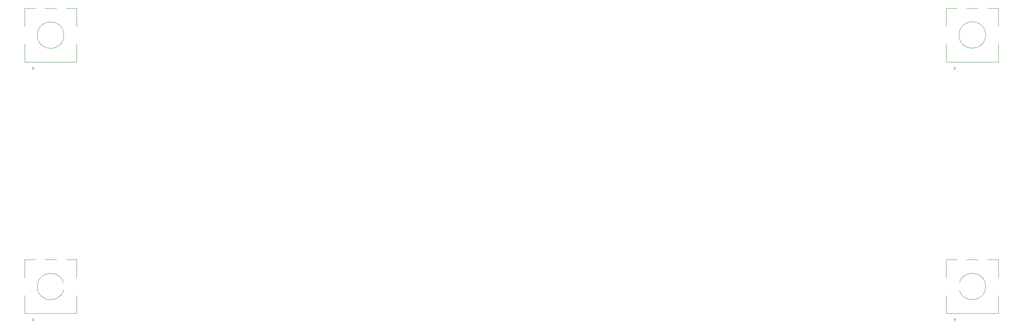
<source format=gto>
%TF.GenerationSoftware,KiCad,Pcbnew,(6.0.7-1)-1*%
%TF.CreationDate,2022-12-13T16:34:22+02:00*%
%TF.ProjectId,Planck Drop In PCB,506c616e-636b-4204-9472-6f7020496e20,rev?*%
%TF.SameCoordinates,Original*%
%TF.FileFunction,Legend,Top*%
%TF.FilePolarity,Positive*%
%FSLAX46Y46*%
G04 Gerber Fmt 4.6, Leading zero omitted, Abs format (unit mm)*
G04 Created by KiCad (PCBNEW (6.0.7-1)-1) date 2022-12-13 16:34:22*
%MOMM*%
%LPD*%
G01*
G04 APERTURE LIST*
%ADD10C,0.120000*%
%ADD11C,3.987800*%
%ADD12C,1.750000*%
%ADD13C,3.048000*%
%ADD14R,2.000000X2.000000*%
%ADD15C,2.000000*%
%ADD16R,2.000000X3.200000*%
%ADD17C,0.750000*%
%ADD18O,1.100000X1.700000*%
%ADD19O,1.100000X2.200000*%
G04 APERTURE END LIST*
D10*
%TO.C,SW4*%
X250025107Y-128933333D02*
X250025107Y-128333333D01*
X250325107Y-128633333D02*
X250025107Y-128933333D01*
X248225107Y-123133333D02*
X248225107Y-127233333D01*
X260025107Y-115033333D02*
X260025107Y-119133333D01*
X254125107Y-121633333D02*
X254125107Y-120633333D01*
X250025107Y-128333333D02*
X250325107Y-128633333D01*
X257625107Y-115033333D02*
X260025107Y-115033333D01*
X260025107Y-123133333D02*
X260025107Y-127233333D01*
X253625107Y-121133333D02*
X254625107Y-121133333D01*
X248225107Y-119133333D02*
X248225107Y-115033333D01*
X248225107Y-115033333D02*
X250625107Y-115033333D01*
X248225107Y-127233333D02*
X260025107Y-127233333D01*
X252825107Y-115033333D02*
X255425107Y-115033333D01*
X257125107Y-121133333D02*
G75*
G03*
X257125107Y-121133333I-3000000J0D01*
G01*
%TO.C,SW1*%
X39225019Y-66158333D02*
X39225019Y-70258333D01*
X41325019Y-71658333D02*
X41025019Y-71958333D01*
X39225019Y-58058333D02*
X41625019Y-58058333D01*
X41025019Y-71358333D02*
X41325019Y-71658333D01*
X39225019Y-70258333D02*
X51025019Y-70258333D01*
X41025019Y-71958333D02*
X41025019Y-71358333D01*
X45125019Y-64658333D02*
X45125019Y-63658333D01*
X51025019Y-58058333D02*
X51025019Y-62158333D01*
X43825019Y-58058333D02*
X46425019Y-58058333D01*
X39225019Y-62158333D02*
X39225019Y-58058333D01*
X44625019Y-64158333D02*
X45625019Y-64158333D01*
X48625019Y-58058333D02*
X51025019Y-58058333D01*
X51025019Y-66158333D02*
X51025019Y-70258333D01*
X48125019Y-64158333D02*
G75*
G03*
X48125019Y-64158333I-3000000J0D01*
G01*
%TO.C,SW3*%
X260025107Y-58008333D02*
X260025107Y-62108333D01*
X260025107Y-66108333D02*
X260025107Y-70208333D01*
X248225107Y-62108333D02*
X248225107Y-58008333D01*
X250325107Y-71608333D02*
X250025107Y-71908333D01*
X248225107Y-58008333D02*
X250625107Y-58008333D01*
X250025107Y-71308333D02*
X250325107Y-71608333D01*
X248225107Y-66108333D02*
X248225107Y-70208333D01*
X254125107Y-64608333D02*
X254125107Y-63608333D01*
X248225107Y-70208333D02*
X260025107Y-70208333D01*
X252825107Y-58008333D02*
X255425107Y-58008333D01*
X253625107Y-64108333D02*
X254625107Y-64108333D01*
X250025107Y-71908333D02*
X250025107Y-71308333D01*
X257625107Y-58008333D02*
X260025107Y-58008333D01*
X257125107Y-64108333D02*
G75*
G03*
X257125107Y-64108333I-3000000J0D01*
G01*
%TO.C,SW2*%
X41025019Y-128933333D02*
X41025019Y-128333333D01*
X48625019Y-115033333D02*
X51025019Y-115033333D01*
X41025019Y-128333333D02*
X41325019Y-128633333D01*
X41325019Y-128633333D02*
X41025019Y-128933333D01*
X39225019Y-127233333D02*
X51025019Y-127233333D01*
X44625019Y-121133333D02*
X45625019Y-121133333D01*
X39225019Y-119133333D02*
X39225019Y-115033333D01*
X39225019Y-123133333D02*
X39225019Y-127233333D01*
X51025019Y-115033333D02*
X51025019Y-119133333D01*
X51025019Y-123133333D02*
X51025019Y-127233333D01*
X45125019Y-121633333D02*
X45125019Y-120633333D01*
X39225019Y-115033333D02*
X41625019Y-115033333D01*
X43825019Y-115033333D02*
X46425019Y-115033333D01*
X48125019Y-121133333D02*
G75*
G03*
X48125019Y-121133333I-3000000J0D01*
G01*
%TD*%
%LPC*%
D11*
%TO.C,MX36*%
X178125075Y-64125027D03*
D12*
X173045075Y-64125027D03*
X183205075Y-64125027D03*
%TD*%
D13*
%TO.C,2u*%
X180563071Y-128110051D03*
D12*
X163545071Y-121125051D03*
X173705071Y-121125051D03*
D13*
X156687071Y-128110051D03*
D11*
X156687071Y-112870051D03*
X180563071Y-112870051D03*
X168625071Y-121125051D03*
%TD*%
%TO.C,1u*%
X64125027Y-121125051D03*
D12*
X69205027Y-121125051D03*
X59045027Y-121125051D03*
%TD*%
D11*
%TO.C,MX49*%
X235125099Y-64125027D03*
D12*
X240205099Y-64125027D03*
X230045099Y-64125027D03*
%TD*%
%TO.C,MX42*%
X192045083Y-83125035D03*
D11*
X197125083Y-83125035D03*
D12*
X202205083Y-83125035D03*
%TD*%
%TO.C,1u*%
X230045099Y-121125051D03*
X240205099Y-121125051D03*
D11*
X235125099Y-121125051D03*
%TD*%
%TO.C,1u*%
X161563063Y-112870051D03*
D12*
X154705063Y-121125051D03*
D11*
X149625063Y-121125051D03*
D13*
X137687063Y-128110051D03*
D12*
X144545063Y-121125051D03*
D11*
X137687063Y-112870051D03*
D13*
X161563063Y-128110051D03*
%TD*%
D11*
%TO.C,MX21*%
X121125051Y-83125035D03*
D12*
X116045051Y-83125035D03*
X126205051Y-83125035D03*
%TD*%
%TO.C,1u*%
X230705095Y-121125051D03*
X220545095Y-121125051D03*
D11*
X225625095Y-121125051D03*
%TD*%
D12*
%TO.C,1u*%
X50205019Y-121125051D03*
D11*
X45125019Y-121125051D03*
D12*
X40045019Y-121125051D03*
%TD*%
%TO.C,1.5u*%
X206955085Y-121125051D03*
D11*
X201875085Y-121125051D03*
D12*
X196795085Y-121125051D03*
%TD*%
%TO.C,1u*%
X164205067Y-121125051D03*
X154045067Y-121125051D03*
D11*
X159125067Y-121125051D03*
%TD*%
D12*
%TO.C,MX32*%
X154045067Y-83125035D03*
D11*
X159125067Y-83125035D03*
D12*
X164205067Y-83125035D03*
%TD*%
D11*
%TO.C,1.5u*%
X97375041Y-121125051D03*
D12*
X92295041Y-121125051D03*
X102455041Y-121125051D03*
%TD*%
%TO.C,MX38*%
X183205075Y-102125043D03*
X173045075Y-102125043D03*
D11*
X178125075Y-102125043D03*
%TD*%
%TO.C,1.5u*%
X49875021Y-121125051D03*
D12*
X54955021Y-121125051D03*
X44795021Y-121125051D03*
%TD*%
%TO.C,MX2*%
X50205019Y-83125027D03*
D11*
X45125019Y-83125027D03*
D12*
X40045019Y-83125027D03*
%TD*%
%TO.C,MX7*%
X59045027Y-83125035D03*
D11*
X64125027Y-83125035D03*
D12*
X69205027Y-83125035D03*
%TD*%
D11*
%TO.C,1u*%
X216125091Y-121125051D03*
D12*
X221205091Y-121125051D03*
X211045091Y-121125051D03*
%TD*%
D11*
%TO.C,MX43*%
X197125083Y-102125043D03*
D12*
X192045083Y-102125043D03*
X202205083Y-102125043D03*
%TD*%
D14*
%TO.C,SW4*%
X251625107Y-128633333D03*
D15*
X256625107Y-128633333D03*
X254125107Y-128633333D03*
D16*
X248525107Y-121133333D03*
X259725107Y-121133333D03*
D15*
X256625107Y-114133333D03*
X251625107Y-114133333D03*
%TD*%
D11*
%TO.C,MX3*%
X45125019Y-102125043D03*
D12*
X40045019Y-102125043D03*
X50205019Y-102125043D03*
%TD*%
%TO.C,1u*%
X78705031Y-121125051D03*
X68545031Y-121125051D03*
D11*
X73625031Y-121125051D03*
%TD*%
D14*
%TO.C,SW1*%
X42625019Y-71658333D03*
D15*
X47625019Y-71658333D03*
X45125019Y-71658333D03*
D16*
X39525019Y-64158333D03*
X50725019Y-64158333D03*
D15*
X47625019Y-57158333D03*
X42625019Y-57158333D03*
%TD*%
D11*
%TO.C,MX13*%
X83125035Y-83125035D03*
D12*
X78045035Y-83125035D03*
X88205035Y-83125035D03*
%TD*%
D11*
%TO.C,MX16*%
X102125043Y-64125027D03*
D12*
X97045043Y-64125027D03*
X107205043Y-64125027D03*
%TD*%
%TO.C,1.5u*%
X73295033Y-121125051D03*
X83455033Y-121125051D03*
D11*
X78375033Y-121125051D03*
%TD*%
D12*
%TO.C,MX24*%
X116045051Y-121125051D03*
X126205051Y-121125051D03*
D11*
X140175051Y-112870051D03*
D13*
X102075051Y-128110051D03*
X140175051Y-128110051D03*
D11*
X121125051Y-121125051D03*
X102075051Y-112870051D03*
%TD*%
D12*
%TO.C,MX37*%
X183205075Y-83125035D03*
X173045075Y-83125035D03*
D11*
X178125075Y-83125035D03*
%TD*%
%TO.C,MX6*%
X64125027Y-64125027D03*
D12*
X69205027Y-64125027D03*
X59045027Y-64125027D03*
%TD*%
%TO.C,MX22*%
X126205051Y-102125043D03*
X116045051Y-102125043D03*
D11*
X121125051Y-102125043D03*
%TD*%
D12*
%TO.C,1u*%
X107205043Y-121125051D03*
X97045043Y-121125051D03*
D11*
X102125043Y-121125051D03*
%TD*%
%TO.C,MX31*%
X159125067Y-64125027D03*
D12*
X154045067Y-64125027D03*
X164205067Y-64125027D03*
%TD*%
%TO.C,MX25*%
X145205059Y-64125027D03*
D11*
X140125059Y-64125027D03*
D12*
X135045059Y-64125027D03*
%TD*%
D11*
%TO.C,MX17*%
X102125043Y-83125035D03*
D12*
X97045043Y-83125035D03*
X107205043Y-83125035D03*
%TD*%
%TO.C,MX45*%
X211045091Y-64125027D03*
X221205091Y-64125027D03*
D11*
X216125091Y-64125027D03*
%TD*%
%TO.C,1u*%
X140125059Y-121125051D03*
D12*
X135045059Y-121125051D03*
X145205059Y-121125051D03*
%TD*%
D14*
%TO.C,SW3*%
X251625107Y-71608333D03*
D15*
X256625107Y-71608333D03*
X254125107Y-71608333D03*
D16*
X259725107Y-64108333D03*
X248525107Y-64108333D03*
D15*
X256625107Y-57108333D03*
X251625107Y-57108333D03*
%TD*%
D12*
%TO.C,1u*%
X78045035Y-121125051D03*
X88205035Y-121125051D03*
D11*
X83125035Y-121125051D03*
%TD*%
D12*
%TO.C,1.5u*%
X225955093Y-121125051D03*
D11*
X220875093Y-121125051D03*
D12*
X215795093Y-121125051D03*
%TD*%
D11*
%TO.C,1.5u*%
X249375105Y-121125051D03*
D12*
X254455105Y-121125051D03*
X244295105Y-121125051D03*
%TD*%
D11*
%TO.C,1u/3u*%
X178125075Y-121125051D03*
D12*
X173045075Y-121125051D03*
X183205075Y-121125051D03*
%TD*%
D13*
%TO.C,MX40*%
X159075075Y-128110051D03*
D11*
X178125075Y-121125051D03*
D13*
X197175075Y-128110051D03*
D12*
X173045075Y-121125051D03*
X183205075Y-121125051D03*
D11*
X197175075Y-112870051D03*
X159075075Y-112870051D03*
%TD*%
D12*
%TO.C,1u*%
X202205083Y-121125051D03*
X192045083Y-121125051D03*
D11*
X197125083Y-121125051D03*
%TD*%
D12*
%TO.C,MX14*%
X88205035Y-102125043D03*
D11*
X83125035Y-102125043D03*
D12*
X78045035Y-102125043D03*
%TD*%
%TO.C,MX51*%
X230045099Y-102125043D03*
X240205099Y-102125043D03*
D11*
X235125099Y-102125043D03*
%TD*%
D12*
%TO.C,MX57*%
X249045107Y-102125043D03*
X259205107Y-102125043D03*
D11*
X254125107Y-102125043D03*
%TD*%
D12*
%TO.C,MX27*%
X145205059Y-102125043D03*
X135045059Y-102125043D03*
D11*
X140125059Y-102125043D03*
%TD*%
%TO.C,MX8*%
X64125027Y-102125043D03*
D12*
X59045027Y-102125043D03*
X69205027Y-102125043D03*
%TD*%
D11*
%TO.C,MX56*%
X254125107Y-83125035D03*
D12*
X249045107Y-83125035D03*
X259205107Y-83125035D03*
%TD*%
%TO.C,MX46*%
X211045091Y-83125035D03*
D11*
X216125091Y-83125035D03*
D12*
X221205091Y-83125035D03*
%TD*%
%TO.C,MX18*%
X107205043Y-102125043D03*
D11*
X102125043Y-102125043D03*
D12*
X97045043Y-102125043D03*
%TD*%
%TO.C,MX41*%
X202205083Y-64125027D03*
D11*
X197125083Y-64125027D03*
D12*
X192045083Y-64125027D03*
%TD*%
D11*
%TO.C,1u*%
X254125107Y-121125051D03*
D12*
X249045107Y-121125051D03*
X259205107Y-121125051D03*
%TD*%
%TO.C,MX12*%
X78045035Y-64125027D03*
D11*
X83125035Y-64125027D03*
D12*
X88205035Y-64125027D03*
%TD*%
D11*
%TO.C,MX47*%
X216125091Y-102125043D03*
D12*
X221205091Y-102125043D03*
X211045091Y-102125043D03*
%TD*%
D14*
%TO.C,SW2*%
X42625019Y-128633333D03*
D15*
X47625019Y-128633333D03*
X45125019Y-128633333D03*
D16*
X39525019Y-121133333D03*
X50725019Y-121133333D03*
D15*
X47625019Y-114133333D03*
X42625019Y-114133333D03*
%TD*%
D12*
%TO.C,MX55*%
X249045107Y-64125027D03*
X259205107Y-64125027D03*
D11*
X254125107Y-64125027D03*
%TD*%
D12*
%TO.C,MX26*%
X135045059Y-83125035D03*
D11*
X140125059Y-83125035D03*
D12*
X145205059Y-83125035D03*
%TD*%
%TO.C,MX20*%
X126205051Y-64125027D03*
D11*
X121125051Y-64125027D03*
D12*
X116045051Y-64125027D03*
%TD*%
D11*
%TO.C,1u/3u*%
X121125051Y-121125051D03*
D12*
X126205051Y-121125051D03*
X116045051Y-121125051D03*
%TD*%
D13*
%TO.C,2u*%
X142563055Y-128110051D03*
D12*
X135705055Y-121125051D03*
D11*
X130625055Y-121125051D03*
X142563055Y-112870051D03*
D12*
X125545055Y-121125051D03*
D11*
X118687055Y-112870051D03*
D13*
X118687055Y-128110051D03*
%TD*%
D12*
%TO.C,MX50*%
X230045099Y-83125035D03*
X240205099Y-83125035D03*
D11*
X235125099Y-83125035D03*
%TD*%
D12*
%TO.C,MX33*%
X154045067Y-102125043D03*
D11*
X159125067Y-102125043D03*
D12*
X164205067Y-102125043D03*
%TD*%
D11*
%TO.C,MX1*%
X45125019Y-64125027D03*
D12*
X40045019Y-64125027D03*
X50205019Y-64125027D03*
%TD*%
D17*
%TO.C,USB1*%
X70735031Y-59037500D03*
X76515031Y-59037500D03*
D18*
X69305031Y-55387500D03*
D19*
X77945031Y-59567500D03*
X69305031Y-59567500D03*
D18*
X77945031Y-55387500D03*
%TD*%
M02*

</source>
